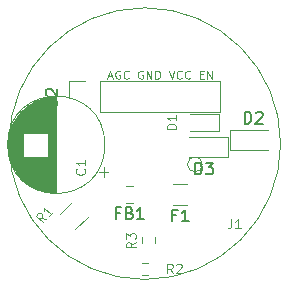
<source format=gbr>
%TF.GenerationSoftware,KiCad,Pcbnew,9.0.4-9.0.4-0~ubuntu24.04.1*%
%TF.CreationDate,2025-08-21T12:52:44+02:00*%
%TF.ProjectId,octal_base,6f637461-6c5f-4626-9173-652e6b696361,1*%
%TF.SameCoordinates,Original*%
%TF.FileFunction,Legend,Top*%
%TF.FilePolarity,Positive*%
%FSLAX46Y46*%
G04 Gerber Fmt 4.6, Leading zero omitted, Abs format (unit mm)*
G04 Created by KiCad (PCBNEW 9.0.4-9.0.4-0~ubuntu24.04.1) date 2025-08-21 12:52:44*
%MOMM*%
%LPD*%
G01*
G04 APERTURE LIST*
%ADD10C,0.100000*%
%ADD11C,0.150000*%
%ADD12C,0.120000*%
G04 APERTURE END LIST*
D10*
X87499122Y-71209133D02*
X87832455Y-71209133D01*
X87432455Y-71409133D02*
X87665789Y-70709133D01*
X87665789Y-70709133D02*
X87899122Y-71409133D01*
X88499122Y-70742466D02*
X88432455Y-70709133D01*
X88432455Y-70709133D02*
X88332455Y-70709133D01*
X88332455Y-70709133D02*
X88232455Y-70742466D01*
X88232455Y-70742466D02*
X88165789Y-70809133D01*
X88165789Y-70809133D02*
X88132455Y-70875800D01*
X88132455Y-70875800D02*
X88099122Y-71009133D01*
X88099122Y-71009133D02*
X88099122Y-71109133D01*
X88099122Y-71109133D02*
X88132455Y-71242466D01*
X88132455Y-71242466D02*
X88165789Y-71309133D01*
X88165789Y-71309133D02*
X88232455Y-71375800D01*
X88232455Y-71375800D02*
X88332455Y-71409133D01*
X88332455Y-71409133D02*
X88399122Y-71409133D01*
X88399122Y-71409133D02*
X88499122Y-71375800D01*
X88499122Y-71375800D02*
X88532455Y-71342466D01*
X88532455Y-71342466D02*
X88532455Y-71109133D01*
X88532455Y-71109133D02*
X88399122Y-71109133D01*
X89232455Y-71342466D02*
X89199122Y-71375800D01*
X89199122Y-71375800D02*
X89099122Y-71409133D01*
X89099122Y-71409133D02*
X89032455Y-71409133D01*
X89032455Y-71409133D02*
X88932455Y-71375800D01*
X88932455Y-71375800D02*
X88865789Y-71309133D01*
X88865789Y-71309133D02*
X88832455Y-71242466D01*
X88832455Y-71242466D02*
X88799122Y-71109133D01*
X88799122Y-71109133D02*
X88799122Y-71009133D01*
X88799122Y-71009133D02*
X88832455Y-70875800D01*
X88832455Y-70875800D02*
X88865789Y-70809133D01*
X88865789Y-70809133D02*
X88932455Y-70742466D01*
X88932455Y-70742466D02*
X89032455Y-70709133D01*
X89032455Y-70709133D02*
X89099122Y-70709133D01*
X89099122Y-70709133D02*
X89199122Y-70742466D01*
X89199122Y-70742466D02*
X89232455Y-70775800D01*
X90432455Y-70742466D02*
X90365788Y-70709133D01*
X90365788Y-70709133D02*
X90265788Y-70709133D01*
X90265788Y-70709133D02*
X90165788Y-70742466D01*
X90165788Y-70742466D02*
X90099122Y-70809133D01*
X90099122Y-70809133D02*
X90065788Y-70875800D01*
X90065788Y-70875800D02*
X90032455Y-71009133D01*
X90032455Y-71009133D02*
X90032455Y-71109133D01*
X90032455Y-71109133D02*
X90065788Y-71242466D01*
X90065788Y-71242466D02*
X90099122Y-71309133D01*
X90099122Y-71309133D02*
X90165788Y-71375800D01*
X90165788Y-71375800D02*
X90265788Y-71409133D01*
X90265788Y-71409133D02*
X90332455Y-71409133D01*
X90332455Y-71409133D02*
X90432455Y-71375800D01*
X90432455Y-71375800D02*
X90465788Y-71342466D01*
X90465788Y-71342466D02*
X90465788Y-71109133D01*
X90465788Y-71109133D02*
X90332455Y-71109133D01*
X90765788Y-71409133D02*
X90765788Y-70709133D01*
X90765788Y-70709133D02*
X91165788Y-71409133D01*
X91165788Y-71409133D02*
X91165788Y-70709133D01*
X91499121Y-71409133D02*
X91499121Y-70709133D01*
X91499121Y-70709133D02*
X91665788Y-70709133D01*
X91665788Y-70709133D02*
X91765788Y-70742466D01*
X91765788Y-70742466D02*
X91832455Y-70809133D01*
X91832455Y-70809133D02*
X91865788Y-70875800D01*
X91865788Y-70875800D02*
X91899121Y-71009133D01*
X91899121Y-71009133D02*
X91899121Y-71109133D01*
X91899121Y-71109133D02*
X91865788Y-71242466D01*
X91865788Y-71242466D02*
X91832455Y-71309133D01*
X91832455Y-71309133D02*
X91765788Y-71375800D01*
X91765788Y-71375800D02*
X91665788Y-71409133D01*
X91665788Y-71409133D02*
X91499121Y-71409133D01*
X92632454Y-70709133D02*
X92865788Y-71409133D01*
X92865788Y-71409133D02*
X93099121Y-70709133D01*
X93732454Y-71342466D02*
X93699121Y-71375800D01*
X93699121Y-71375800D02*
X93599121Y-71409133D01*
X93599121Y-71409133D02*
X93532454Y-71409133D01*
X93532454Y-71409133D02*
X93432454Y-71375800D01*
X93432454Y-71375800D02*
X93365788Y-71309133D01*
X93365788Y-71309133D02*
X93332454Y-71242466D01*
X93332454Y-71242466D02*
X93299121Y-71109133D01*
X93299121Y-71109133D02*
X93299121Y-71009133D01*
X93299121Y-71009133D02*
X93332454Y-70875800D01*
X93332454Y-70875800D02*
X93365788Y-70809133D01*
X93365788Y-70809133D02*
X93432454Y-70742466D01*
X93432454Y-70742466D02*
X93532454Y-70709133D01*
X93532454Y-70709133D02*
X93599121Y-70709133D01*
X93599121Y-70709133D02*
X93699121Y-70742466D01*
X93699121Y-70742466D02*
X93732454Y-70775800D01*
X94432454Y-71342466D02*
X94399121Y-71375800D01*
X94399121Y-71375800D02*
X94299121Y-71409133D01*
X94299121Y-71409133D02*
X94232454Y-71409133D01*
X94232454Y-71409133D02*
X94132454Y-71375800D01*
X94132454Y-71375800D02*
X94065788Y-71309133D01*
X94065788Y-71309133D02*
X94032454Y-71242466D01*
X94032454Y-71242466D02*
X93999121Y-71109133D01*
X93999121Y-71109133D02*
X93999121Y-71009133D01*
X93999121Y-71009133D02*
X94032454Y-70875800D01*
X94032454Y-70875800D02*
X94065788Y-70809133D01*
X94065788Y-70809133D02*
X94132454Y-70742466D01*
X94132454Y-70742466D02*
X94232454Y-70709133D01*
X94232454Y-70709133D02*
X94299121Y-70709133D01*
X94299121Y-70709133D02*
X94399121Y-70742466D01*
X94399121Y-70742466D02*
X94432454Y-70775800D01*
X95265787Y-71042466D02*
X95499121Y-71042466D01*
X95599121Y-71409133D02*
X95265787Y-71409133D01*
X95265787Y-71409133D02*
X95265787Y-70709133D01*
X95265787Y-70709133D02*
X95599121Y-70709133D01*
X95899120Y-71409133D02*
X95899120Y-70709133D01*
X95899120Y-70709133D02*
X96299120Y-71409133D01*
X96299120Y-71409133D02*
X96299120Y-70709133D01*
D11*
X82204820Y-73233334D02*
X82919105Y-73233334D01*
X82919105Y-73233334D02*
X83061962Y-73280953D01*
X83061962Y-73280953D02*
X83157201Y-73376191D01*
X83157201Y-73376191D02*
X83204820Y-73519048D01*
X83204820Y-73519048D02*
X83204820Y-73614286D01*
X82300058Y-72804762D02*
X82252439Y-72757143D01*
X82252439Y-72757143D02*
X82204820Y-72661905D01*
X82204820Y-72661905D02*
X82204820Y-72423810D01*
X82204820Y-72423810D02*
X82252439Y-72328572D01*
X82252439Y-72328572D02*
X82300058Y-72280953D01*
X82300058Y-72280953D02*
X82395296Y-72233334D01*
X82395296Y-72233334D02*
X82490534Y-72233334D01*
X82490534Y-72233334D02*
X82633391Y-72280953D01*
X82633391Y-72280953D02*
X83204820Y-72852381D01*
X83204820Y-72852381D02*
X83204820Y-72233334D01*
X88466666Y-82781009D02*
X88133333Y-82781009D01*
X88133333Y-83304819D02*
X88133333Y-82304819D01*
X88133333Y-82304819D02*
X88609523Y-82304819D01*
X89323809Y-82781009D02*
X89466666Y-82828628D01*
X89466666Y-82828628D02*
X89514285Y-82876247D01*
X89514285Y-82876247D02*
X89561904Y-82971485D01*
X89561904Y-82971485D02*
X89561904Y-83114342D01*
X89561904Y-83114342D02*
X89514285Y-83209580D01*
X89514285Y-83209580D02*
X89466666Y-83257200D01*
X89466666Y-83257200D02*
X89371428Y-83304819D01*
X89371428Y-83304819D02*
X88990476Y-83304819D01*
X88990476Y-83304819D02*
X88990476Y-82304819D01*
X88990476Y-82304819D02*
X89323809Y-82304819D01*
X89323809Y-82304819D02*
X89419047Y-82352438D01*
X89419047Y-82352438D02*
X89466666Y-82400057D01*
X89466666Y-82400057D02*
X89514285Y-82495295D01*
X89514285Y-82495295D02*
X89514285Y-82590533D01*
X89514285Y-82590533D02*
X89466666Y-82685771D01*
X89466666Y-82685771D02*
X89419047Y-82733390D01*
X89419047Y-82733390D02*
X89323809Y-82781009D01*
X89323809Y-82781009D02*
X88990476Y-82781009D01*
X90514285Y-83304819D02*
X89942857Y-83304819D01*
X90228571Y-83304819D02*
X90228571Y-82304819D01*
X90228571Y-82304819D02*
X90133333Y-82447676D01*
X90133333Y-82447676D02*
X90038095Y-82542914D01*
X90038095Y-82542914D02*
X89942857Y-82590533D01*
X93266666Y-82961009D02*
X92933333Y-82961009D01*
X92933333Y-83484819D02*
X92933333Y-82484819D01*
X92933333Y-82484819D02*
X93409523Y-82484819D01*
X94314285Y-83484819D02*
X93742857Y-83484819D01*
X94028571Y-83484819D02*
X94028571Y-82484819D01*
X94028571Y-82484819D02*
X93933333Y-82627676D01*
X93933333Y-82627676D02*
X93838095Y-82722914D01*
X93838095Y-82722914D02*
X93742857Y-82770533D01*
X94861905Y-79504819D02*
X94861905Y-78504819D01*
X94861905Y-78504819D02*
X95100000Y-78504819D01*
X95100000Y-78504819D02*
X95242857Y-78552438D01*
X95242857Y-78552438D02*
X95338095Y-78647676D01*
X95338095Y-78647676D02*
X95385714Y-78742914D01*
X95385714Y-78742914D02*
X95433333Y-78933390D01*
X95433333Y-78933390D02*
X95433333Y-79076247D01*
X95433333Y-79076247D02*
X95385714Y-79266723D01*
X95385714Y-79266723D02*
X95338095Y-79361961D01*
X95338095Y-79361961D02*
X95242857Y-79457200D01*
X95242857Y-79457200D02*
X95100000Y-79504819D01*
X95100000Y-79504819D02*
X94861905Y-79504819D01*
X95766667Y-78504819D02*
X96385714Y-78504819D01*
X96385714Y-78504819D02*
X96052381Y-78885771D01*
X96052381Y-78885771D02*
X96195238Y-78885771D01*
X96195238Y-78885771D02*
X96290476Y-78933390D01*
X96290476Y-78933390D02*
X96338095Y-78981009D01*
X96338095Y-78981009D02*
X96385714Y-79076247D01*
X96385714Y-79076247D02*
X96385714Y-79314342D01*
X96385714Y-79314342D02*
X96338095Y-79409580D01*
X96338095Y-79409580D02*
X96290476Y-79457200D01*
X96290476Y-79457200D02*
X96195238Y-79504819D01*
X96195238Y-79504819D02*
X95909524Y-79504819D01*
X95909524Y-79504819D02*
X95814286Y-79457200D01*
X95814286Y-79457200D02*
X95766667Y-79409580D01*
X99061905Y-75204819D02*
X99061905Y-74204819D01*
X99061905Y-74204819D02*
X99300000Y-74204819D01*
X99300000Y-74204819D02*
X99442857Y-74252438D01*
X99442857Y-74252438D02*
X99538095Y-74347676D01*
X99538095Y-74347676D02*
X99585714Y-74442914D01*
X99585714Y-74442914D02*
X99633333Y-74633390D01*
X99633333Y-74633390D02*
X99633333Y-74776247D01*
X99633333Y-74776247D02*
X99585714Y-74966723D01*
X99585714Y-74966723D02*
X99538095Y-75061961D01*
X99538095Y-75061961D02*
X99442857Y-75157200D01*
X99442857Y-75157200D02*
X99300000Y-75204819D01*
X99300000Y-75204819D02*
X99061905Y-75204819D01*
X100014286Y-74300057D02*
X100061905Y-74252438D01*
X100061905Y-74252438D02*
X100157143Y-74204819D01*
X100157143Y-74204819D02*
X100395238Y-74204819D01*
X100395238Y-74204819D02*
X100490476Y-74252438D01*
X100490476Y-74252438D02*
X100538095Y-74300057D01*
X100538095Y-74300057D02*
X100585714Y-74395295D01*
X100585714Y-74395295D02*
X100585714Y-74490533D01*
X100585714Y-74490533D02*
X100538095Y-74633390D01*
X100538095Y-74633390D02*
X99966667Y-75204819D01*
X99966667Y-75204819D02*
X100585714Y-75204819D01*
D10*
X85488704Y-79033332D02*
X85526800Y-79071428D01*
X85526800Y-79071428D02*
X85564895Y-79185713D01*
X85564895Y-79185713D02*
X85564895Y-79261904D01*
X85564895Y-79261904D02*
X85526800Y-79376190D01*
X85526800Y-79376190D02*
X85450609Y-79452380D01*
X85450609Y-79452380D02*
X85374419Y-79490475D01*
X85374419Y-79490475D02*
X85222038Y-79528571D01*
X85222038Y-79528571D02*
X85107752Y-79528571D01*
X85107752Y-79528571D02*
X84955371Y-79490475D01*
X84955371Y-79490475D02*
X84879180Y-79452380D01*
X84879180Y-79452380D02*
X84802990Y-79376190D01*
X84802990Y-79376190D02*
X84764895Y-79261904D01*
X84764895Y-79261904D02*
X84764895Y-79185713D01*
X84764895Y-79185713D02*
X84802990Y-79071428D01*
X84802990Y-79071428D02*
X84841085Y-79033332D01*
X85564895Y-78271428D02*
X85564895Y-78728571D01*
X85564895Y-78499999D02*
X84764895Y-78499999D01*
X84764895Y-78499999D02*
X84879180Y-78576190D01*
X84879180Y-78576190D02*
X84955371Y-78652380D01*
X84955371Y-78652380D02*
X84993466Y-78728571D01*
X97933333Y-83264895D02*
X97933333Y-83836323D01*
X97933333Y-83836323D02*
X97895238Y-83950609D01*
X97895238Y-83950609D02*
X97819047Y-84026800D01*
X97819047Y-84026800D02*
X97704762Y-84064895D01*
X97704762Y-84064895D02*
X97628571Y-84064895D01*
X98733333Y-84064895D02*
X98276190Y-84064895D01*
X98504762Y-84064895D02*
X98504762Y-83264895D01*
X98504762Y-83264895D02*
X98428571Y-83379180D01*
X98428571Y-83379180D02*
X98352381Y-83455371D01*
X98352381Y-83455371D02*
X98276190Y-83493466D01*
X93264895Y-75690475D02*
X92464895Y-75690475D01*
X92464895Y-75690475D02*
X92464895Y-75499999D01*
X92464895Y-75499999D02*
X92502990Y-75385713D01*
X92502990Y-75385713D02*
X92579180Y-75309523D01*
X92579180Y-75309523D02*
X92655371Y-75271428D01*
X92655371Y-75271428D02*
X92807752Y-75233332D01*
X92807752Y-75233332D02*
X92922038Y-75233332D01*
X92922038Y-75233332D02*
X93074419Y-75271428D01*
X93074419Y-75271428D02*
X93150609Y-75309523D01*
X93150609Y-75309523D02*
X93226800Y-75385713D01*
X93226800Y-75385713D02*
X93264895Y-75499999D01*
X93264895Y-75499999D02*
X93264895Y-75690475D01*
X93264895Y-74471428D02*
X93264895Y-74928571D01*
X93264895Y-74699999D02*
X92464895Y-74699999D01*
X92464895Y-74699999D02*
X92579180Y-74776190D01*
X92579180Y-74776190D02*
X92655371Y-74852380D01*
X92655371Y-74852380D02*
X92693466Y-74928571D01*
X92966667Y-87864895D02*
X92700000Y-87483942D01*
X92509524Y-87864895D02*
X92509524Y-87064895D01*
X92509524Y-87064895D02*
X92814286Y-87064895D01*
X92814286Y-87064895D02*
X92890476Y-87102990D01*
X92890476Y-87102990D02*
X92928571Y-87141085D01*
X92928571Y-87141085D02*
X92966667Y-87217276D01*
X92966667Y-87217276D02*
X92966667Y-87331561D01*
X92966667Y-87331561D02*
X92928571Y-87407752D01*
X92928571Y-87407752D02*
X92890476Y-87445847D01*
X92890476Y-87445847D02*
X92814286Y-87483942D01*
X92814286Y-87483942D02*
X92509524Y-87483942D01*
X93271428Y-87141085D02*
X93309524Y-87102990D01*
X93309524Y-87102990D02*
X93385714Y-87064895D01*
X93385714Y-87064895D02*
X93576190Y-87064895D01*
X93576190Y-87064895D02*
X93652381Y-87102990D01*
X93652381Y-87102990D02*
X93690476Y-87141085D01*
X93690476Y-87141085D02*
X93728571Y-87217276D01*
X93728571Y-87217276D02*
X93728571Y-87293466D01*
X93728571Y-87293466D02*
X93690476Y-87407752D01*
X93690476Y-87407752D02*
X93233333Y-87864895D01*
X93233333Y-87864895D02*
X93728571Y-87864895D01*
X82263739Y-83252300D02*
X81805803Y-83171488D01*
X81940490Y-83575549D02*
X81374805Y-83009863D01*
X81374805Y-83009863D02*
X81590304Y-82794364D01*
X81590304Y-82794364D02*
X81671116Y-82767427D01*
X81671116Y-82767427D02*
X81724991Y-82767427D01*
X81724991Y-82767427D02*
X81805803Y-82794364D01*
X81805803Y-82794364D02*
X81886615Y-82875176D01*
X81886615Y-82875176D02*
X81913553Y-82955989D01*
X81913553Y-82955989D02*
X81913553Y-83009863D01*
X81913553Y-83009863D02*
X81886615Y-83090676D01*
X81886615Y-83090676D02*
X81671116Y-83306175D01*
X82802487Y-82713552D02*
X82479238Y-83036801D01*
X82640862Y-82875176D02*
X82075177Y-82309491D01*
X82075177Y-82309491D02*
X82102114Y-82444178D01*
X82102114Y-82444178D02*
X82102114Y-82551928D01*
X82102114Y-82551928D02*
X82075177Y-82632740D01*
X89834895Y-85233332D02*
X89453942Y-85499999D01*
X89834895Y-85690475D02*
X89034895Y-85690475D01*
X89034895Y-85690475D02*
X89034895Y-85385713D01*
X89034895Y-85385713D02*
X89072990Y-85309523D01*
X89072990Y-85309523D02*
X89111085Y-85271428D01*
X89111085Y-85271428D02*
X89187276Y-85233332D01*
X89187276Y-85233332D02*
X89301561Y-85233332D01*
X89301561Y-85233332D02*
X89377752Y-85271428D01*
X89377752Y-85271428D02*
X89415847Y-85309523D01*
X89415847Y-85309523D02*
X89453942Y-85385713D01*
X89453942Y-85385713D02*
X89453942Y-85690475D01*
X89034895Y-84966666D02*
X89034895Y-84471428D01*
X89034895Y-84471428D02*
X89339657Y-84738094D01*
X89339657Y-84738094D02*
X89339657Y-84623809D01*
X89339657Y-84623809D02*
X89377752Y-84547618D01*
X89377752Y-84547618D02*
X89415847Y-84509523D01*
X89415847Y-84509523D02*
X89492038Y-84471428D01*
X89492038Y-84471428D02*
X89682514Y-84471428D01*
X89682514Y-84471428D02*
X89758704Y-84509523D01*
X89758704Y-84509523D02*
X89796800Y-84547618D01*
X89796800Y-84547618D02*
X89834895Y-84623809D01*
X89834895Y-84623809D02*
X89834895Y-84852380D01*
X89834895Y-84852380D02*
X89796800Y-84928571D01*
X89796800Y-84928571D02*
X89758704Y-84966666D01*
D12*
%TO.C,J2*%
X86790001Y-74230001D02*
X97010001Y-74230001D01*
X86790001Y-74230001D02*
X86790001Y-71570001D01*
X97010001Y-74230001D02*
X97010001Y-71570001D01*
X84190001Y-72900001D02*
X84190001Y-71570001D01*
X84190001Y-71570001D02*
X85520001Y-71570001D01*
X86790001Y-71570001D02*
X97010001Y-71570001D01*
%TO.C,FB1*%
X89561252Y-81910000D02*
X89038748Y-81910000D01*
X89561252Y-80490000D02*
X89038748Y-80490000D01*
%TO.C,F1*%
X94202064Y-82110000D02*
X92997936Y-82110000D01*
X94202064Y-80290000D02*
X92997936Y-80290000D01*
%TO.C,D3*%
X97610000Y-78050000D02*
X97610000Y-76350000D01*
X97610000Y-78050000D02*
X94350000Y-78050000D01*
X97610000Y-76350000D02*
X94350000Y-76350000D01*
%TO.C,D2*%
X97790000Y-75750000D02*
X97790000Y-77450000D01*
X97790000Y-75750000D02*
X101050000Y-75750000D01*
X97790000Y-77450000D02*
X101050000Y-77450000D01*
%TO.C,C1*%
X79021650Y-77533000D02*
X79021650Y-76467000D01*
X79061652Y-77768000D02*
X79061652Y-76232000D01*
X79101651Y-77948000D02*
X79101651Y-76052000D01*
X79141651Y-78098000D02*
X79141651Y-75902000D01*
X79181651Y-78229000D02*
X79181651Y-75771000D01*
X79221651Y-78346000D02*
X79221651Y-75654000D01*
X79261651Y-78453000D02*
X79261651Y-75547000D01*
X79301651Y-78552000D02*
X79301651Y-75448000D01*
X79341651Y-78645000D02*
X79341651Y-75355000D01*
X79381651Y-78731000D02*
X79381651Y-75269000D01*
X79421651Y-78813001D02*
X79421651Y-75186999D01*
X79461651Y-78890000D02*
X79461651Y-75110000D01*
X79501651Y-78964000D02*
X79501651Y-75036000D01*
X79541651Y-79034000D02*
X79541651Y-74966000D01*
X79581651Y-79102000D02*
X79581651Y-74898000D01*
X79621651Y-79166000D02*
X79621651Y-74834000D01*
X79661651Y-79228000D02*
X79661651Y-74772000D01*
X79701651Y-79287000D02*
X79701651Y-74713000D01*
X79741651Y-79345000D02*
X79741651Y-74655000D01*
X79781651Y-79400000D02*
X79781651Y-74600000D01*
X79821651Y-79454000D02*
X79821651Y-74546000D01*
X79861652Y-79505000D02*
X79861652Y-74495000D01*
X79901651Y-79556000D02*
X79901651Y-74444000D01*
X79941652Y-79604000D02*
X79941652Y-74396000D01*
X79981651Y-79651000D02*
X79981651Y-74349000D01*
X80021651Y-79697000D02*
X80021651Y-74303000D01*
X80061651Y-79741000D02*
X80061651Y-74259000D01*
X80101651Y-79784000D02*
X80101651Y-74216000D01*
X80141651Y-79826000D02*
X80141651Y-74174000D01*
X80181651Y-79867000D02*
X80181651Y-74133000D01*
X80221651Y-79907000D02*
X80221651Y-74093000D01*
X80261651Y-79945000D02*
X80261651Y-74055000D01*
X80301652Y-79983000D02*
X80301652Y-74017000D01*
X80341651Y-75960000D02*
X80341651Y-73981000D01*
X80341651Y-80019000D02*
X80341651Y-78040000D01*
X80381651Y-80055000D02*
X80381652Y-78040000D01*
X80381652Y-75960000D02*
X80381651Y-73945000D01*
X80421651Y-75960000D02*
X80421651Y-73910000D01*
X80421651Y-80090000D02*
X80421651Y-78040000D01*
X80461651Y-75960000D02*
X80461652Y-73876000D01*
X80461652Y-80124000D02*
X80461651Y-78040000D01*
X80501650Y-75960000D02*
X80501650Y-73844000D01*
X80501650Y-80156000D02*
X80501650Y-78040000D01*
X80541651Y-75960000D02*
X80541651Y-73811000D01*
X80541651Y-80189000D02*
X80541651Y-78040000D01*
X80581651Y-75960000D02*
X80581651Y-73780000D01*
X80581651Y-80220000D02*
X80581651Y-78040000D01*
X80621651Y-75960000D02*
X80621651Y-73750000D01*
X80621651Y-80250000D02*
X80621651Y-78040000D01*
X80661651Y-75959999D02*
X80661651Y-73720000D01*
X80661651Y-80280000D02*
X80661651Y-78040001D01*
X80701651Y-75960000D02*
X80701651Y-73691000D01*
X80701651Y-80309000D02*
X80701651Y-78040000D01*
X80741651Y-75960000D02*
X80741651Y-73662001D01*
X80741651Y-80337999D02*
X80741651Y-78040000D01*
X80781651Y-75960000D02*
X80781651Y-73635000D01*
X80781651Y-80365000D02*
X80781651Y-78040000D01*
X80821651Y-80392000D02*
X80821652Y-78040000D01*
X80821652Y-75960000D02*
X80821651Y-73608000D01*
X80861651Y-75960000D02*
X80861651Y-73582000D01*
X80861651Y-80418000D02*
X80861651Y-78040000D01*
X80901651Y-75960000D02*
X80901651Y-73556000D01*
X80901651Y-80444000D02*
X80901651Y-78040000D01*
X80941650Y-75960000D02*
X80941651Y-73531000D01*
X80941651Y-80469000D02*
X80941650Y-78040000D01*
X80981651Y-75960000D02*
X80981651Y-73507000D01*
X80981651Y-80493000D02*
X80981651Y-78040000D01*
X81021650Y-80517000D02*
X81021651Y-78040000D01*
X81021651Y-75960000D02*
X81021650Y-73483000D01*
X81061651Y-75960000D02*
X81061651Y-73460000D01*
X81061651Y-80540000D02*
X81061651Y-78040000D01*
X81101651Y-75959999D02*
X81101651Y-73438000D01*
X81101651Y-80562000D02*
X81101651Y-78040001D01*
X81141651Y-75960000D02*
X81141651Y-73416000D01*
X81141651Y-80584000D02*
X81141651Y-78040000D01*
X81181651Y-75960000D02*
X81181651Y-73394000D01*
X81181651Y-80606000D02*
X81181651Y-78040000D01*
X81221651Y-75960000D02*
X81221651Y-73373000D01*
X81221651Y-80627000D02*
X81221651Y-78040000D01*
X81261651Y-75959999D02*
X81261651Y-73353000D01*
X81261651Y-80647000D02*
X81261651Y-78040001D01*
X81301651Y-75960000D02*
X81301651Y-73334000D01*
X81301651Y-80666000D02*
X81301651Y-78040000D01*
X81341651Y-75960000D02*
X81341651Y-73313999D01*
X81341651Y-80686001D02*
X81341651Y-78040000D01*
X81381650Y-75960000D02*
X81381651Y-73296000D01*
X81381651Y-80704000D02*
X81381650Y-78040000D01*
X81421651Y-80722000D02*
X81421652Y-78040000D01*
X81421652Y-75960000D02*
X81421651Y-73278000D01*
X81461651Y-75960000D02*
X81461651Y-73260001D01*
X81461651Y-80739999D02*
X81461651Y-78040000D01*
X81501651Y-75960000D02*
X81501651Y-73243000D01*
X81501651Y-80757000D02*
X81501651Y-78040000D01*
X81541650Y-75960000D02*
X81541650Y-73226000D01*
X81541650Y-80774000D02*
X81541650Y-78040000D01*
X81581651Y-75960000D02*
X81581651Y-73210000D01*
X81581651Y-80790000D02*
X81581651Y-78040000D01*
X81621651Y-75960000D02*
X81621651Y-73195000D01*
X81621651Y-80805000D02*
X81621651Y-78040000D01*
X81661651Y-75960000D02*
X81661651Y-73179000D01*
X81661651Y-80821000D02*
X81661651Y-78040000D01*
X81701651Y-75959999D02*
X81701651Y-73165000D01*
X81701651Y-80835000D02*
X81701651Y-78040001D01*
X81741651Y-75960000D02*
X81741651Y-73150000D01*
X81741651Y-80850000D02*
X81741651Y-78040000D01*
X81781651Y-75960000D02*
X81781652Y-73137000D01*
X81781652Y-80863000D02*
X81781651Y-78040000D01*
X81821651Y-75960000D02*
X81821651Y-73123000D01*
X81821651Y-80877000D02*
X81821651Y-78040000D01*
X81861651Y-80889000D02*
X81861652Y-78040000D01*
X81861652Y-75960000D02*
X81861651Y-73111000D01*
X81901651Y-75960000D02*
X81901651Y-73098000D01*
X81901651Y-80902000D02*
X81901651Y-78040000D01*
X81941651Y-75960000D02*
X81941651Y-73086000D01*
X81941651Y-80914000D02*
X81941651Y-78040000D01*
X81981650Y-75960000D02*
X81981651Y-73074999D01*
X81981651Y-80925001D02*
X81981650Y-78040000D01*
X82021651Y-75960000D02*
X82021651Y-73064000D01*
X82021651Y-80936000D02*
X82021651Y-78040000D01*
X82061651Y-75960000D02*
X82061651Y-73053001D01*
X82061651Y-80946999D02*
X82061651Y-78040000D01*
X82101651Y-75960000D02*
X82101651Y-73043000D01*
X82101651Y-80957000D02*
X82101651Y-78040000D01*
X82141651Y-75959999D02*
X82141651Y-73033000D01*
X82141651Y-80967000D02*
X82141651Y-78040001D01*
X82181651Y-75960000D02*
X82181651Y-73024000D01*
X82181651Y-80976000D02*
X82181651Y-78040000D01*
X82221651Y-75960000D02*
X82221652Y-73015000D01*
X82221652Y-80985000D02*
X82221651Y-78040000D01*
X82261651Y-75960000D02*
X82261651Y-73006000D01*
X82261651Y-80994000D02*
X82261651Y-78040000D01*
X82301651Y-81002000D02*
X82301652Y-78040000D01*
X82301652Y-75960000D02*
X82301651Y-72998000D01*
X82341651Y-75960000D02*
X82341651Y-72990000D01*
X82341651Y-81010000D02*
X82341651Y-78040000D01*
X82381651Y-75960000D02*
X82381651Y-72983000D01*
X82381651Y-81017000D02*
X82381651Y-78040000D01*
X82422651Y-81024000D02*
X82422651Y-72976000D01*
X82462651Y-81030000D02*
X82462651Y-72970000D01*
X82502651Y-81037000D02*
X82502651Y-72963000D01*
X82542651Y-81042000D02*
X82542651Y-72958000D01*
X82582651Y-81048000D02*
X82582651Y-72952000D01*
X82622651Y-81052000D02*
X82622651Y-72948000D01*
X82662651Y-81057000D02*
X82662651Y-72943000D01*
X82702651Y-81061000D02*
X82702651Y-72939000D01*
X82742651Y-81065000D02*
X82742651Y-72935000D01*
X82782651Y-81067999D02*
X82782651Y-72932001D01*
X82822651Y-81071000D02*
X82822651Y-72929000D01*
X82862651Y-81074001D02*
X82862651Y-72925999D01*
X82902651Y-81076000D02*
X82902651Y-72924000D01*
X82942651Y-81077000D02*
X82942651Y-72923000D01*
X82982651Y-81079000D02*
X82982651Y-72921000D01*
X83022651Y-81080000D02*
X83022651Y-72920000D01*
X83062651Y-81080000D02*
X83062651Y-72920000D01*
X83102651Y-81080000D02*
X83102651Y-72920000D01*
X87112349Y-79715000D02*
X87112349Y-78915000D01*
X87512349Y-79315000D02*
X86712349Y-79315000D01*
X87222651Y-77000000D02*
G75*
G02*
X78982651Y-77000000I-4120000J0D01*
G01*
X78982651Y-77000000D02*
G75*
G02*
X87222651Y-77000000I4120000J0D01*
G01*
%TO.C,J1*%
X102099999Y-76900000D02*
G75*
G02*
X79100001Y-76900000I-11499999J0D01*
G01*
X79100001Y-76900000D02*
G75*
G02*
X102099999Y-76900000I11499999J0D01*
G01*
X95475694Y-78658887D02*
G75*
G02*
X94216964Y-78658887I-629365J0D01*
G01*
X94216964Y-78658887D02*
G75*
G02*
X95475694Y-78658887I629365J0D01*
G01*
%TO.C,D1*%
X94400000Y-75835000D02*
X96860000Y-75835000D01*
X96860000Y-74365000D02*
X94400000Y-74365000D01*
X96860000Y-75835000D02*
X96860000Y-74365000D01*
%TO.C,R2*%
X90345276Y-86977500D02*
X90854724Y-86977500D01*
X90345276Y-88022500D02*
X90854724Y-88022500D01*
%TO.C,R1*%
X84470645Y-81842421D02*
X83442421Y-82870645D01*
X85757579Y-83129355D02*
X84729355Y-84157579D01*
%TO.C,R3*%
X91422500Y-85354724D02*
X91422500Y-84845276D01*
X90377500Y-85354724D02*
X90377500Y-84845276D01*
%TD*%
M02*

</source>
